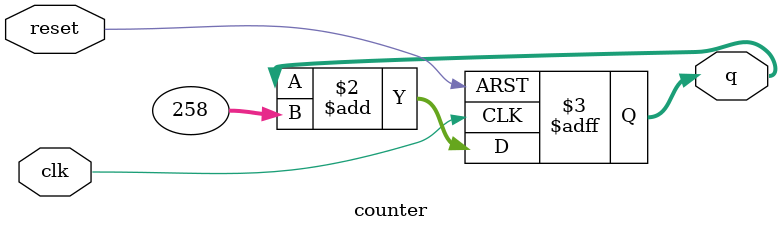
<source format=sv>
module lab1_PJ(input logic clk, 
					input logic [3:0] s,
					output logic [7:0] led,
					output logic [6:0] seg);
	//Internal Logic variables
	logic reset;
	logic [31:0] q; // for the counter
	
	//LED logic
	assign led[0]=s[0];
	assign led[1]=~s[0];
	assign led[2]=s[1];
	assign led[3]=~s[1];
	assign led[4]=s[2];
	assign led[5]=~s[2];
	assign led[6]=s[2]&s[3];
	
	//LED 7 needs to blink at ~2.4 Hz
	//Will use a counter module
	counter countLED(clk,reset, q[31:0]); //Need instantiation name
	
	//LED 7 will toggle at the same freq as the most significant bit
	assign led[7]=q[31];
	
	//7 Segment display logic
	//Encoding-	 seg 6543210
	// 				  abcdefg
	always_comb
		case(s)
		4'b0000:seg=7'b0000001; //0
		4'b0001:seg=7'b1001111; //1
		4'b0010:seg=7'b0010010; //2
		4'b0011:seg=7'b0000110; //3
		4'b0100:seg=7'b1001100; //4
		4'b0101:seg=7'b0100100; //5
		4'b0110:seg=7'b0100000; //6
		4'b0111:seg=7'b0001111; //7
		4'b1000:seg=7'b0000000; //8
		4'b1001:seg=7'b0001100; //9
		4'b1010:seg=7'b0001000; //A
		4'b1011:seg=7'b1100000; //b
		4'b1100:seg=7'b0110001; //C
		4'b1101:seg=7'b1000010; //d
		4'b1110:seg=7'b0110000; //E
		4'b1111:seg=7'b0111000; //F
		default:seg=7'b1111111; //Default is to display nothing
		endcase
		
		//Note that to turn on the LEDs we actually need to pass a 0 not a 1 so truth table looks backwards
	
					

endmodule

//Idiomatic counter code provided by Prof David Harris in Ch. 5 slides
//a divide by 2^N counter where the most significant bit toggles every 2^N cycles
//value of p(value incremented) selected so that toggling occurs at 2.4 Hz.
//fout=fclk*p/2^N
//fout=2.4 Hz, fclk=40MHz, N=32 bits so p=258
module counter (input logic clk, reset,
					 output logic [31:0] q);
 always_ff @ (posedge clk, posedge reset)
		if (reset) q <= 0;
		else 		 q <= q+258;
		
endmodule
		
</source>
